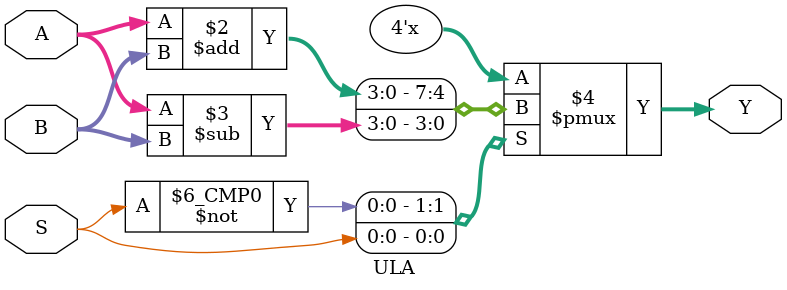
<source format=v>
module ULA(A, B, S, Y);

    input wire[3:0] A;
    input wire[3:0] B;
    input wire S;
    output reg[3:0] Y;
    
    parameter Add = 1'b0;
    parameter Sub = 1'b1;
    
    always @(A, B, S, Y) begin
    
        case(S)
        
            Add : Y = A + B;
            Sub : Y = A - B;
        
        endcase
    
    end

endmodule

</source>
